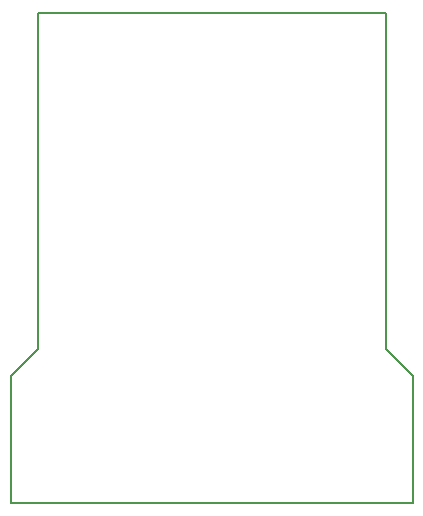
<source format=gbr>
%TF.GenerationSoftware,KiCad,Pcbnew,7.0.8*%
%TF.CreationDate,2023-11-11T12:05:03+10:00*%
%TF.ProjectId,ProgrammingBoard,50726f67-7261-46d6-9d69-6e67426f6172,rev?*%
%TF.SameCoordinates,Original*%
%TF.FileFunction,Profile,NP*%
%FSLAX46Y46*%
G04 Gerber Fmt 4.6, Leading zero omitted, Abs format (unit mm)*
G04 Created by KiCad (PCBNEW 7.0.8) date 2023-11-11 12:05:03*
%MOMM*%
%LPD*%
G01*
G04 APERTURE LIST*
%TA.AperFunction,Profile*%
%ADD10C,0.150000*%
%TD*%
G04 APERTURE END LIST*
D10*
X31750000Y0D02*
X34000000Y-2250000D01*
X34000000Y-13000000D01*
X0Y-13000000D01*
X0Y-2250000D01*
X2250000Y0D01*
X2250000Y28500000D01*
X31750000Y28500000D01*
X31750000Y0D01*
M02*

</source>
